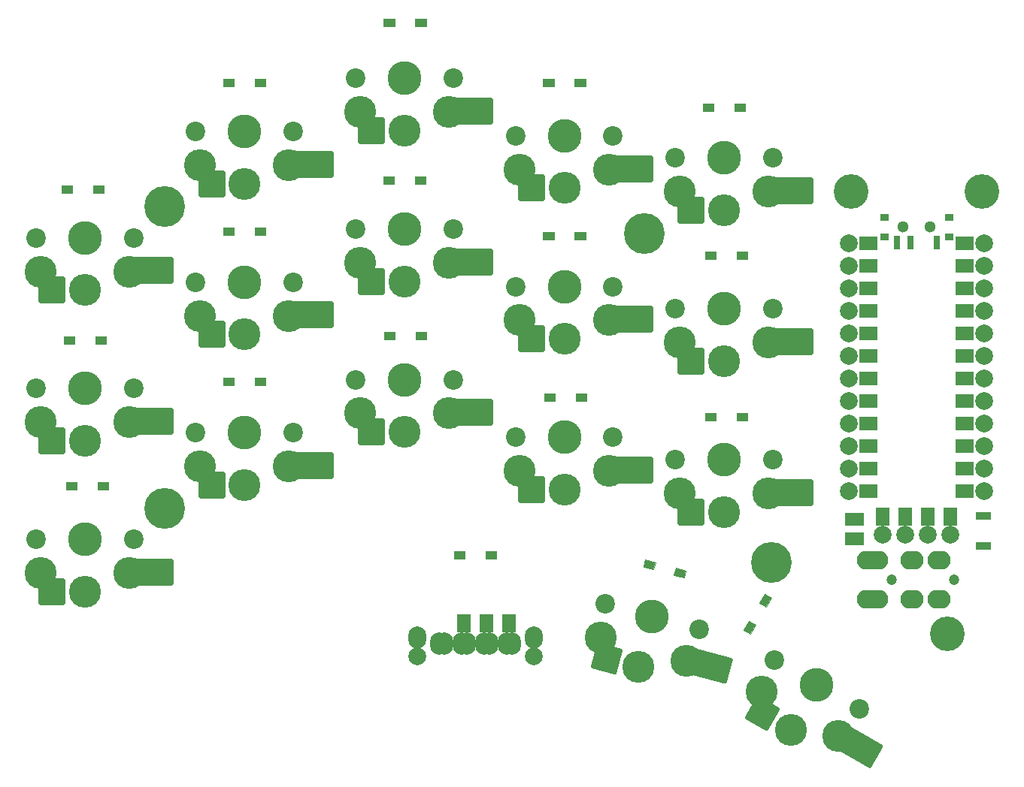
<source format=gts>
G04 #@! TF.GenerationSoftware,KiCad,Pcbnew,7.0.6*
G04 #@! TF.CreationDate,2023-08-12T13:21:49+01:00*
G04 #@! TF.ProjectId,ferris_sweep,66657272-6973-45f7-9377-6565702e6b69,0.1*
G04 #@! TF.SameCoordinates,Original*
G04 #@! TF.FileFunction,Soldermask,Top*
G04 #@! TF.FilePolarity,Negative*
%FSLAX46Y46*%
G04 Gerber Fmt 4.6, Leading zero omitted, Abs format (unit mm)*
G04 Created by KiCad (PCBNEW 7.0.6) date 2023-08-12 13:21:49*
%MOMM*%
%LPD*%
G01*
G04 APERTURE LIST*
G04 Aperture macros list*
%AMRoundRect*
0 Rectangle with rounded corners*
0 $1 Rounding radius*
0 $2 $3 $4 $5 $6 $7 $8 $9 X,Y pos of 4 corners*
0 Add a 4 corners polygon primitive as box body*
4,1,4,$2,$3,$4,$5,$6,$7,$8,$9,$2,$3,0*
0 Add four circle primitives for the rounded corners*
1,1,$1+$1,$2,$3*
1,1,$1+$1,$4,$5*
1,1,$1+$1,$6,$7*
1,1,$1+$1,$8,$9*
0 Add four rect primitives between the rounded corners*
20,1,$1+$1,$2,$3,$4,$5,0*
20,1,$1+$1,$4,$5,$6,$7,0*
20,1,$1+$1,$6,$7,$8,$9,0*
20,1,$1+$1,$8,$9,$2,$3,0*%
%AMFreePoly0*
4,1,22,0.686777,0.580194,0.756366,0.524698,0.794986,0.444504,0.800000,0.400000,0.800000,0.200000,0.780194,0.113223,0.741421,0.058579,0.141421,-0.541421,0.066056,-0.588777,-0.022393,-0.598742,-0.106406,-0.569345,-0.141421,-0.541421,-0.741421,0.058579,-0.788777,0.133944,-0.800000,0.200000,-0.800000,0.400000,-0.780194,0.486777,-0.724698,0.556366,-0.644504,0.594986,-0.600000,0.600000,
0.600000,0.600000,0.686777,0.580194,0.686777,0.580194,$1*%
%AMFreePoly1*
4,1,26,0.706406,1.169345,0.769345,1.106406,0.798742,1.022393,0.800000,1.000000,0.800000,-0.250000,0.780194,-0.336777,0.724698,-0.406366,0.644504,-0.444986,0.600000,-0.450000,-0.600000,-0.450000,-0.686777,-0.430194,-0.756366,-0.374698,-0.794986,-0.294504,-0.800000,-0.250000,-0.800000,1.000000,-0.780194,1.086777,-0.724698,1.156366,-0.644504,1.194986,-0.555496,1.194986,-0.475302,1.156366,
-0.458579,1.141421,0.000000,0.682842,0.458579,1.141421,0.533944,1.188777,0.622393,1.198742,0.706406,1.169345,0.706406,1.169345,$1*%
G04 Aperture macros list end*
%ADD10C,0.100000*%
%ADD11C,4.600000*%
%ADD12C,2.200000*%
%ADD13C,3.600000*%
%ADD14C,3.800000*%
%ADD15RoundRect,0.200000X2.400000X-1.300000X2.400000X1.300000X-2.400000X1.300000X-2.400000X-1.300000X0*%
%ADD16RoundRect,0.200000X1.300000X-1.300000X1.300000X1.300000X-1.300000X1.300000X-1.300000X-1.300000X0*%
%ADD17O,2.000000X2.500000*%
%ADD18FreePoly0,180.000000*%
%ADD19FreePoly1,180.000000*%
%ADD20C,2.000000*%
%ADD21RoundRect,0.200000X1.428461X-2.325833X2.728461X-0.074167X-1.428461X2.325833X-2.728461X0.074167X0*%
%ADD22RoundRect,0.200000X0.475833X-1.775833X1.775833X0.475833X-0.475833X1.775833X-1.775833X-0.475833X0*%
%ADD23C,1.300000*%
%ADD24C,3.900000*%
%ADD25FreePoly0,90.000000*%
%ADD26FreePoly0,270.000000*%
%ADD27FreePoly1,270.000000*%
%ADD28FreePoly1,90.000000*%
%ADD29C,1.200000*%
%ADD30O,2.600000X2.100000*%
%ADD31RoundRect,0.200000X1.981757X-1.876869X2.654687X0.634538X-1.981757X1.876869X-2.654687X-0.634538X0*%
%ADD32RoundRect,0.200000X0.919239X-1.592168X1.592168X0.919239X-0.919239X1.592168X-1.592168X-0.919239X0*%
G04 APERTURE END LIST*
D10*
X109650000Y-63425000D02*
X108450000Y-63425000D01*
X108450000Y-62575000D01*
X109650000Y-62575000D01*
X109650000Y-63425000D01*
G36*
X109650000Y-63425000D02*
G01*
X108450000Y-63425000D01*
X108450000Y-62575000D01*
X109650000Y-62575000D01*
X109650000Y-63425000D01*
G37*
X106100000Y-63425000D02*
X104900000Y-63425000D01*
X104900000Y-62575000D01*
X106100000Y-62575000D01*
X106100000Y-63425000D01*
G36*
X106100000Y-63425000D02*
G01*
X104900000Y-63425000D01*
X104900000Y-62575000D01*
X106100000Y-62575000D01*
X106100000Y-63425000D01*
G37*
X114473509Y-131354624D02*
X113457509Y-131354624D01*
X113457509Y-130338624D01*
X114473509Y-130338624D01*
X114473509Y-131354624D01*
G36*
X114473509Y-131354624D02*
G01*
X113457509Y-131354624D01*
X113457509Y-130338624D01*
X114473509Y-130338624D01*
X114473509Y-131354624D01*
G37*
X117013509Y-131354624D02*
X115997509Y-131354624D01*
X115997509Y-130338624D01*
X117013509Y-130338624D01*
X117013509Y-131354624D01*
G36*
X117013509Y-131354624D02*
G01*
X115997509Y-131354624D01*
X115997509Y-130338624D01*
X117013509Y-130338624D01*
X117013509Y-131354624D01*
G37*
X119553509Y-131354624D02*
X118537509Y-131354624D01*
X118537509Y-130338624D01*
X119553509Y-130338624D01*
X119553509Y-131354624D01*
G36*
X119553509Y-131354624D02*
G01*
X118537509Y-131354624D01*
X118537509Y-130338624D01*
X119553509Y-130338624D01*
X119553509Y-131354624D01*
G37*
X73600000Y-99175000D02*
X72400000Y-99175000D01*
X72400000Y-98325000D01*
X73600000Y-98325000D01*
X73600000Y-99175000D01*
G36*
X73600000Y-99175000D02*
G01*
X72400000Y-99175000D01*
X72400000Y-98325000D01*
X73600000Y-98325000D01*
X73600000Y-99175000D01*
G37*
X70050000Y-99175000D02*
X68850000Y-99175000D01*
X68850000Y-98325000D01*
X70050000Y-98325000D01*
X70050000Y-99175000D01*
G36*
X70050000Y-99175000D02*
G01*
X68850000Y-99175000D01*
X68850000Y-98325000D01*
X70050000Y-98325000D01*
X70050000Y-99175000D01*
G37*
X173180034Y-122352819D02*
X171580034Y-122352819D01*
X171580034Y-121552819D01*
X173180034Y-121552819D01*
X173180034Y-122352819D01*
G36*
X173180034Y-122352819D02*
G01*
X171580034Y-122352819D01*
X171580034Y-121552819D01*
X173180034Y-121552819D01*
X173180034Y-122352819D01*
G37*
X173180034Y-118952819D02*
X171580034Y-118952819D01*
X171580034Y-118152819D01*
X173180034Y-118152819D01*
X173180034Y-118952819D01*
G36*
X173180034Y-118952819D02*
G01*
X171580034Y-118952819D01*
X171580034Y-118152819D01*
X173180034Y-118152819D01*
X173180034Y-118952819D01*
G37*
X73350000Y-82175000D02*
X72150000Y-82175000D01*
X72150000Y-81325000D01*
X73350000Y-81325000D01*
X73350000Y-82175000D01*
G36*
X73350000Y-82175000D02*
G01*
X72150000Y-82175000D01*
X72150000Y-81325000D01*
X73350000Y-81325000D01*
X73350000Y-82175000D01*
G37*
X69800000Y-82175000D02*
X68600000Y-82175000D01*
X68600000Y-81325000D01*
X69800000Y-81325000D01*
X69800000Y-82175000D01*
G36*
X69800000Y-82175000D02*
G01*
X68600000Y-82175000D01*
X68600000Y-81325000D01*
X69800000Y-81325000D01*
X69800000Y-82175000D01*
G37*
X168990258Y-87450219D02*
X168090258Y-87450219D01*
X168090258Y-86750219D01*
X168990258Y-86750219D01*
X168990258Y-87450219D01*
G36*
X168990258Y-87450219D02*
G01*
X168090258Y-87450219D01*
X168090258Y-86750219D01*
X168990258Y-86750219D01*
X168990258Y-87450219D01*
G37*
X168990258Y-85250219D02*
X168090258Y-85250219D01*
X168090258Y-84550219D01*
X168990258Y-84550219D01*
X168990258Y-85250219D01*
G36*
X168990258Y-85250219D02*
G01*
X168090258Y-85250219D01*
X168090258Y-84550219D01*
X168990258Y-84550219D01*
X168990258Y-85250219D01*
G37*
X167440258Y-88450219D02*
X166840258Y-88450219D01*
X166840258Y-87050219D01*
X167440258Y-87050219D01*
X167440258Y-88450219D01*
G36*
X167440258Y-88450219D02*
G01*
X166840258Y-88450219D01*
X166840258Y-87050219D01*
X167440258Y-87050219D01*
X167440258Y-88450219D01*
G37*
X164440258Y-88450219D02*
X163840258Y-88450219D01*
X163840258Y-87050219D01*
X164440258Y-87050219D01*
X164440258Y-88450219D01*
G36*
X164440258Y-88450219D02*
G01*
X163840258Y-88450219D01*
X163840258Y-87050219D01*
X164440258Y-87050219D01*
X164440258Y-88450219D01*
G37*
X162940258Y-88450219D02*
X162340258Y-88450219D01*
X162340258Y-87050219D01*
X162940258Y-87050219D01*
X162940258Y-88450219D01*
G36*
X162940258Y-88450219D02*
G01*
X162340258Y-88450219D01*
X162340258Y-87050219D01*
X162940258Y-87050219D01*
X162940258Y-88450219D01*
G37*
X161690258Y-87450219D02*
X160790258Y-87450219D01*
X160790258Y-86750219D01*
X161690258Y-86750219D01*
X161690258Y-87450219D01*
G36*
X161690258Y-87450219D02*
G01*
X160790258Y-87450219D01*
X160790258Y-86750219D01*
X161690258Y-86750219D01*
X161690258Y-87450219D01*
G37*
X161690258Y-85250219D02*
X160790258Y-85250219D01*
X160790258Y-84550219D01*
X161690258Y-84550219D01*
X161690258Y-85250219D01*
G36*
X161690258Y-85250219D02*
G01*
X160790258Y-85250219D01*
X160790258Y-84550219D01*
X161690258Y-84550219D01*
X161690258Y-85250219D01*
G37*
X145850000Y-107825000D02*
X144650000Y-107825000D01*
X144650000Y-106975000D01*
X145850000Y-106975000D01*
X145850000Y-107825000D01*
G36*
X145850000Y-107825000D02*
G01*
X144650000Y-107825000D01*
X144650000Y-106975000D01*
X145850000Y-106975000D01*
X145850000Y-107825000D01*
G37*
X142300000Y-107825000D02*
X141100000Y-107825000D01*
X141100000Y-106975000D01*
X142300000Y-106975000D01*
X142300000Y-107825000D01*
G36*
X142300000Y-107825000D02*
G01*
X141100000Y-107825000D01*
X141100000Y-106975000D01*
X142300000Y-106975000D01*
X142300000Y-107825000D01*
G37*
X127600000Y-70175000D02*
X126400000Y-70175000D01*
X126400000Y-69325000D01*
X127600000Y-69325000D01*
X127600000Y-70175000D01*
G36*
X127600000Y-70175000D02*
G01*
X126400000Y-70175000D01*
X126400000Y-69325000D01*
X127600000Y-69325000D01*
X127600000Y-70175000D01*
G37*
X124050000Y-70175000D02*
X122850000Y-70175000D01*
X122850000Y-69325000D01*
X124050000Y-69325000D01*
X124050000Y-70175000D01*
G36*
X124050000Y-70175000D02*
G01*
X122850000Y-70175000D01*
X122850000Y-69325000D01*
X124050000Y-69325000D01*
X124050000Y-70175000D01*
G37*
X109625000Y-81175000D02*
X108425000Y-81175000D01*
X108425000Y-80325000D01*
X109625000Y-80325000D01*
X109625000Y-81175000D01*
G36*
X109625000Y-81175000D02*
G01*
X108425000Y-81175000D01*
X108425000Y-80325000D01*
X109625000Y-80325000D01*
X109625000Y-81175000D01*
G37*
X106075000Y-81175000D02*
X104875000Y-81175000D01*
X104875000Y-80325000D01*
X106075000Y-80325000D01*
X106075000Y-81175000D01*
G36*
X106075000Y-81175000D02*
G01*
X104875000Y-81175000D01*
X104875000Y-80325000D01*
X106075000Y-80325000D01*
X106075000Y-81175000D01*
G37*
X127600000Y-87425000D02*
X126400000Y-87425000D01*
X126400000Y-86575000D01*
X127600000Y-86575000D01*
X127600000Y-87425000D01*
G36*
X127600000Y-87425000D02*
G01*
X126400000Y-87425000D01*
X126400000Y-86575000D01*
X127600000Y-86575000D01*
X127600000Y-87425000D01*
G37*
X124050000Y-87425000D02*
X122850000Y-87425000D01*
X122850000Y-86575000D01*
X124050000Y-86575000D01*
X124050000Y-87425000D01*
G36*
X124050000Y-87425000D02*
G01*
X122850000Y-87425000D01*
X122850000Y-86575000D01*
X124050000Y-86575000D01*
X124050000Y-87425000D01*
G37*
X145600000Y-72925000D02*
X144400000Y-72925000D01*
X144400000Y-72075000D01*
X145600000Y-72075000D01*
X145600000Y-72925000D01*
G36*
X145600000Y-72925000D02*
G01*
X144400000Y-72925000D01*
X144400000Y-72075000D01*
X145600000Y-72075000D01*
X145600000Y-72925000D01*
G37*
X142050000Y-72925000D02*
X140850000Y-72925000D01*
X140850000Y-72075000D01*
X142050000Y-72075000D01*
X142050000Y-72925000D01*
G36*
X142050000Y-72925000D02*
G01*
X140850000Y-72925000D01*
X140850000Y-72075000D01*
X142050000Y-72075000D01*
X142050000Y-72925000D01*
G37*
X159810259Y-88401222D02*
X158794259Y-88401222D01*
X158794259Y-87385222D01*
X159810259Y-87385222D01*
X159810259Y-88401222D01*
G36*
X159810259Y-88401222D02*
G01*
X158794259Y-88401222D01*
X158794259Y-87385222D01*
X159810259Y-87385222D01*
X159810259Y-88401222D01*
G37*
X159810259Y-90941222D02*
X158794259Y-90941222D01*
X158794259Y-89925222D01*
X159810259Y-89925222D01*
X159810259Y-90941222D01*
G36*
X159810259Y-90941222D02*
G01*
X158794259Y-90941222D01*
X158794259Y-89925222D01*
X159810259Y-89925222D01*
X159810259Y-90941222D01*
G37*
X159810259Y-93481222D02*
X158794259Y-93481222D01*
X158794259Y-92465222D01*
X159810259Y-92465222D01*
X159810259Y-93481222D01*
G36*
X159810259Y-93481222D02*
G01*
X158794259Y-93481222D01*
X158794259Y-92465222D01*
X159810259Y-92465222D01*
X159810259Y-93481222D01*
G37*
X159810259Y-96021222D02*
X158794259Y-96021222D01*
X158794259Y-95005222D01*
X159810259Y-95005222D01*
X159810259Y-96021222D01*
G36*
X159810259Y-96021222D02*
G01*
X158794259Y-96021222D01*
X158794259Y-95005222D01*
X159810259Y-95005222D01*
X159810259Y-96021222D01*
G37*
X159810259Y-98561222D02*
X158794259Y-98561222D01*
X158794259Y-97545222D01*
X159810259Y-97545222D01*
X159810259Y-98561222D01*
G36*
X159810259Y-98561222D02*
G01*
X158794259Y-98561222D01*
X158794259Y-97545222D01*
X159810259Y-97545222D01*
X159810259Y-98561222D01*
G37*
X159810259Y-101101222D02*
X158794259Y-101101222D01*
X158794259Y-100085222D01*
X159810259Y-100085222D01*
X159810259Y-101101222D01*
G36*
X159810259Y-101101222D02*
G01*
X158794259Y-101101222D01*
X158794259Y-100085222D01*
X159810259Y-100085222D01*
X159810259Y-101101222D01*
G37*
X159810259Y-103641222D02*
X158794259Y-103641222D01*
X158794259Y-102625222D01*
X159810259Y-102625222D01*
X159810259Y-103641222D01*
G36*
X159810259Y-103641222D02*
G01*
X158794259Y-103641222D01*
X158794259Y-102625222D01*
X159810259Y-102625222D01*
X159810259Y-103641222D01*
G37*
X159810259Y-106181222D02*
X158794259Y-106181222D01*
X158794259Y-105165222D01*
X159810259Y-105165222D01*
X159810259Y-106181222D01*
G36*
X159810259Y-106181222D02*
G01*
X158794259Y-106181222D01*
X158794259Y-105165222D01*
X159810259Y-105165222D01*
X159810259Y-106181222D01*
G37*
X159810259Y-108721222D02*
X158794259Y-108721222D01*
X158794259Y-107705222D01*
X159810259Y-107705222D01*
X159810259Y-108721222D01*
G36*
X159810259Y-108721222D02*
G01*
X158794259Y-108721222D01*
X158794259Y-107705222D01*
X159810259Y-107705222D01*
X159810259Y-108721222D01*
G37*
X159810259Y-111261222D02*
X158794259Y-111261222D01*
X158794259Y-110245222D01*
X159810259Y-110245222D01*
X159810259Y-111261222D01*
G36*
X159810259Y-111261222D02*
G01*
X158794259Y-111261222D01*
X158794259Y-110245222D01*
X159810259Y-110245222D01*
X159810259Y-111261222D01*
G37*
X159810259Y-113801222D02*
X158794259Y-113801222D01*
X158794259Y-112785222D01*
X159810259Y-112785222D01*
X159810259Y-113801222D01*
G36*
X159810259Y-113801222D02*
G01*
X158794259Y-113801222D01*
X158794259Y-112785222D01*
X159810259Y-112785222D01*
X159810259Y-113801222D01*
G37*
X159810259Y-116341222D02*
X158794259Y-116341222D01*
X158794259Y-115325222D01*
X159810259Y-115325222D01*
X159810259Y-116341222D01*
G36*
X159810259Y-116341222D02*
G01*
X158794259Y-116341222D01*
X158794259Y-115325222D01*
X159810259Y-115325222D01*
X159810259Y-116341222D01*
G37*
X170986259Y-88401222D02*
X169970259Y-88401222D01*
X169970259Y-87385222D01*
X170986259Y-87385222D01*
X170986259Y-88401222D01*
G36*
X170986259Y-88401222D02*
G01*
X169970259Y-88401222D01*
X169970259Y-87385222D01*
X170986259Y-87385222D01*
X170986259Y-88401222D01*
G37*
X170986259Y-90941222D02*
X169970259Y-90941222D01*
X169970259Y-89925222D01*
X170986259Y-89925222D01*
X170986259Y-90941222D01*
G36*
X170986259Y-90941222D02*
G01*
X169970259Y-90941222D01*
X169970259Y-89925222D01*
X170986259Y-89925222D01*
X170986259Y-90941222D01*
G37*
X170986259Y-93481222D02*
X169970259Y-93481222D01*
X169970259Y-92465222D01*
X170986259Y-92465222D01*
X170986259Y-93481222D01*
G36*
X170986259Y-93481222D02*
G01*
X169970259Y-93481222D01*
X169970259Y-92465222D01*
X170986259Y-92465222D01*
X170986259Y-93481222D01*
G37*
X170986259Y-96021222D02*
X169970259Y-96021222D01*
X169970259Y-95005222D01*
X170986259Y-95005222D01*
X170986259Y-96021222D01*
G36*
X170986259Y-96021222D02*
G01*
X169970259Y-96021222D01*
X169970259Y-95005222D01*
X170986259Y-95005222D01*
X170986259Y-96021222D01*
G37*
X170986259Y-98561222D02*
X169970259Y-98561222D01*
X169970259Y-97545222D01*
X170986259Y-97545222D01*
X170986259Y-98561222D01*
G36*
X170986259Y-98561222D02*
G01*
X169970259Y-98561222D01*
X169970259Y-97545222D01*
X170986259Y-97545222D01*
X170986259Y-98561222D01*
G37*
X170986259Y-101101222D02*
X169970259Y-101101222D01*
X169970259Y-100085222D01*
X170986259Y-100085222D01*
X170986259Y-101101222D01*
G36*
X170986259Y-101101222D02*
G01*
X169970259Y-101101222D01*
X169970259Y-100085222D01*
X170986259Y-100085222D01*
X170986259Y-101101222D01*
G37*
X170986259Y-103641222D02*
X169970259Y-103641222D01*
X169970259Y-102625222D01*
X170986259Y-102625222D01*
X170986259Y-103641222D01*
G36*
X170986259Y-103641222D02*
G01*
X169970259Y-103641222D01*
X169970259Y-102625222D01*
X170986259Y-102625222D01*
X170986259Y-103641222D01*
G37*
X170986259Y-106181222D02*
X169970259Y-106181222D01*
X169970259Y-105165222D01*
X170986259Y-105165222D01*
X170986259Y-106181222D01*
G36*
X170986259Y-106181222D02*
G01*
X169970259Y-106181222D01*
X169970259Y-105165222D01*
X170986259Y-105165222D01*
X170986259Y-106181222D01*
G37*
X170986259Y-108721222D02*
X169970259Y-108721222D01*
X169970259Y-107705222D01*
X170986259Y-107705222D01*
X170986259Y-108721222D01*
G36*
X170986259Y-108721222D02*
G01*
X169970259Y-108721222D01*
X169970259Y-107705222D01*
X170986259Y-107705222D01*
X170986259Y-108721222D01*
G37*
X170986259Y-111261222D02*
X169970259Y-111261222D01*
X169970259Y-110245222D01*
X170986259Y-110245222D01*
X170986259Y-111261222D01*
G36*
X170986259Y-111261222D02*
G01*
X169970259Y-111261222D01*
X169970259Y-110245222D01*
X170986259Y-110245222D01*
X170986259Y-111261222D01*
G37*
X170986259Y-113801222D02*
X169970259Y-113801222D01*
X169970259Y-112785222D01*
X170986259Y-112785222D01*
X170986259Y-113801222D01*
G36*
X170986259Y-113801222D02*
G01*
X169970259Y-113801222D01*
X169970259Y-112785222D01*
X170986259Y-112785222D01*
X170986259Y-113801222D01*
G37*
X170986259Y-116341222D02*
X169970259Y-116341222D01*
X169970259Y-115325222D01*
X170986259Y-115325222D01*
X170986259Y-116341222D01*
G36*
X170986259Y-116341222D02*
G01*
X169970259Y-116341222D01*
X169970259Y-115325222D01*
X170986259Y-115325222D01*
X170986259Y-116341222D01*
G37*
X73900000Y-115675000D02*
X72700000Y-115675000D01*
X72700000Y-114825000D01*
X73900000Y-114825000D01*
X73900000Y-115675000D01*
G36*
X73900000Y-115675000D02*
G01*
X72700000Y-115675000D01*
X72700000Y-114825000D01*
X73900000Y-114825000D01*
X73900000Y-115675000D01*
G37*
X70350000Y-115675000D02*
X69150000Y-115675000D01*
X69150000Y-114825000D01*
X70350000Y-114825000D01*
X70350000Y-115675000D01*
G36*
X70350000Y-115675000D02*
G01*
X69150000Y-115675000D01*
X69150000Y-114825000D01*
X70350000Y-114825000D01*
X70350000Y-115675000D01*
G37*
X161588438Y-119348911D02*
X160572438Y-119348911D01*
X160572438Y-118332911D01*
X161588438Y-118332911D01*
X161588438Y-119348911D01*
G36*
X161588438Y-119348911D02*
G01*
X160572438Y-119348911D01*
X160572438Y-118332911D01*
X161588438Y-118332911D01*
X161588438Y-119348911D01*
G37*
X164128438Y-119348911D02*
X163112438Y-119348911D01*
X163112438Y-118332911D01*
X164128438Y-118332911D01*
X164128438Y-119348911D01*
G36*
X164128438Y-119348911D02*
G01*
X163112438Y-119348911D01*
X163112438Y-118332911D01*
X164128438Y-118332911D01*
X164128438Y-119348911D01*
G37*
X166668438Y-119348911D02*
X165652438Y-119348911D01*
X165652438Y-118332911D01*
X166668438Y-118332911D01*
X166668438Y-119348911D01*
G36*
X166668438Y-119348911D02*
G01*
X165652438Y-119348911D01*
X165652438Y-118332911D01*
X166668438Y-118332911D01*
X166668438Y-119348911D01*
G37*
X169208438Y-119348911D02*
X168192438Y-119348911D01*
X168192438Y-118332911D01*
X169208438Y-118332911D01*
X169208438Y-119348911D01*
G36*
X169208438Y-119348911D02*
G01*
X168192438Y-119348911D01*
X168192438Y-118332911D01*
X169208438Y-118332911D01*
X169208438Y-119348911D01*
G37*
X127700400Y-105675000D02*
X126500400Y-105675000D01*
X126500400Y-104825000D01*
X127700400Y-104825000D01*
X127700400Y-105675000D01*
G36*
X127700400Y-105675000D02*
G01*
X126500400Y-105675000D01*
X126500400Y-104825000D01*
X127700400Y-104825000D01*
X127700400Y-105675000D01*
G37*
X124150400Y-105675000D02*
X122950400Y-105675000D01*
X122950400Y-104825000D01*
X124150400Y-104825000D01*
X124150400Y-105675000D01*
G36*
X124150400Y-105675000D02*
G01*
X122950400Y-105675000D01*
X122950400Y-104825000D01*
X124150400Y-104825000D01*
X124150400Y-105675000D01*
G37*
X117600000Y-123425000D02*
X116400000Y-123425000D01*
X116400000Y-122575000D01*
X117600000Y-122575000D01*
X117600000Y-123425000D01*
G36*
X117600000Y-123425000D02*
G01*
X116400000Y-123425000D01*
X116400000Y-122575000D01*
X117600000Y-122575000D01*
X117600000Y-123425000D01*
G37*
X114050000Y-123425000D02*
X112850000Y-123425000D01*
X112850000Y-122575000D01*
X114050000Y-122575000D01*
X114050000Y-123425000D01*
G36*
X114050000Y-123425000D02*
G01*
X112850000Y-123425000D01*
X112850000Y-122575000D01*
X114050000Y-122575000D01*
X114050000Y-123425000D01*
G37*
X91600000Y-86925000D02*
X90400000Y-86925000D01*
X90400000Y-86075000D01*
X91600000Y-86075000D01*
X91600000Y-86925000D01*
G36*
X91600000Y-86925000D02*
G01*
X90400000Y-86925000D01*
X90400000Y-86075000D01*
X91600000Y-86075000D01*
X91600000Y-86925000D01*
G37*
X88050000Y-86925000D02*
X86850000Y-86925000D01*
X86850000Y-86075000D01*
X88050000Y-86075000D01*
X88050000Y-86925000D01*
G36*
X88050000Y-86925000D02*
G01*
X86850000Y-86925000D01*
X86850000Y-86075000D01*
X88050000Y-86075000D01*
X88050000Y-86925000D01*
G37*
X91600000Y-103875000D02*
X90400000Y-103875000D01*
X90400000Y-103025000D01*
X91600000Y-103025000D01*
X91600000Y-103875000D01*
G36*
X91600000Y-103875000D02*
G01*
X90400000Y-103875000D01*
X90400000Y-103025000D01*
X91600000Y-103025000D01*
X91600000Y-103875000D01*
G37*
X88050000Y-103875000D02*
X86850000Y-103875000D01*
X86850000Y-103025000D01*
X88050000Y-103025000D01*
X88050000Y-103875000D01*
G36*
X88050000Y-103875000D02*
G01*
X86850000Y-103875000D01*
X86850000Y-103025000D01*
X88050000Y-103025000D01*
X88050000Y-103875000D01*
G37*
X109700400Y-98675000D02*
X108500400Y-98675000D01*
X108500400Y-97825000D01*
X109700400Y-97825000D01*
X109700400Y-98675000D01*
G36*
X109700400Y-98675000D02*
G01*
X108500400Y-98675000D01*
X108500400Y-97825000D01*
X109700400Y-97825000D01*
X109700400Y-98675000D01*
G37*
X106150400Y-98675000D02*
X104950400Y-98675000D01*
X104950400Y-97825000D01*
X106150400Y-97825000D01*
X106150400Y-98675000D01*
G36*
X106150400Y-98675000D02*
G01*
X104950400Y-98675000D01*
X104950400Y-97825000D01*
X106150400Y-97825000D01*
X106150400Y-98675000D01*
G37*
X158857431Y-119649964D02*
X156857431Y-119649964D01*
X156857431Y-118249964D01*
X158857431Y-118249964D01*
X158857431Y-119649964D01*
G36*
X158857431Y-119649964D02*
G01*
X156857431Y-119649964D01*
X156857431Y-118249964D01*
X158857431Y-118249964D01*
X158857431Y-119649964D01*
G37*
X158857431Y-121851406D02*
X156857431Y-121851406D01*
X156857431Y-120451406D01*
X158857431Y-120451406D01*
X158857431Y-121851406D01*
G36*
X158857431Y-121851406D02*
G01*
X156857431Y-121851406D01*
X156857431Y-120451406D01*
X158857431Y-120451406D01*
X158857431Y-121851406D01*
G37*
X91600000Y-70175000D02*
X90400000Y-70175000D01*
X90400000Y-69325000D01*
X91600000Y-69325000D01*
X91600000Y-70175000D01*
G36*
X91600000Y-70175000D02*
G01*
X90400000Y-70175000D01*
X90400000Y-69325000D01*
X91600000Y-69325000D01*
X91600000Y-70175000D01*
G37*
X88050000Y-70175000D02*
X86850000Y-70175000D01*
X86850000Y-69325000D01*
X88050000Y-69325000D01*
X88050000Y-70175000D01*
G36*
X88050000Y-70175000D02*
G01*
X86850000Y-70175000D01*
X86850000Y-69325000D01*
X88050000Y-69325000D01*
X88050000Y-70175000D01*
G37*
X148543061Y-127818495D02*
X147943061Y-128857725D01*
X147206939Y-128432725D01*
X147806939Y-127393495D01*
X148543061Y-127818495D01*
G36*
X148543061Y-127818495D02*
G01*
X147943061Y-128857725D01*
X147206939Y-128432725D01*
X147806939Y-127393495D01*
X148543061Y-127818495D01*
G37*
X146768061Y-130892885D02*
X146168061Y-131932115D01*
X145431939Y-131507115D01*
X146031939Y-130467885D01*
X146768061Y-130892885D01*
G36*
X146768061Y-130892885D02*
G01*
X146168061Y-131932115D01*
X145431939Y-131507115D01*
X146031939Y-130467885D01*
X146768061Y-130892885D01*
G37*
X138939554Y-124744773D02*
X138719558Y-125565810D01*
X137560447Y-125255227D01*
X137780443Y-124434190D01*
X138939554Y-124744773D01*
G36*
X138939554Y-124744773D02*
G01*
X138719558Y-125565810D01*
X137560447Y-125255227D01*
X137780443Y-124434190D01*
X138939554Y-124744773D01*
G37*
X135510517Y-123825965D02*
X135290521Y-124647002D01*
X134131410Y-124336419D01*
X134351406Y-123515382D01*
X135510517Y-123825965D01*
G36*
X135510517Y-123825965D02*
G01*
X135290521Y-124647002D01*
X134131410Y-124336419D01*
X134351406Y-123515382D01*
X135510517Y-123825965D01*
G37*
X145850000Y-89675000D02*
X144650000Y-89675000D01*
X144650000Y-88825000D01*
X145850000Y-88825000D01*
X145850000Y-89675000D01*
G36*
X145850000Y-89675000D02*
G01*
X144650000Y-89675000D01*
X144650000Y-88825000D01*
X145850000Y-88825000D01*
X145850000Y-89675000D01*
G37*
X142300000Y-89675000D02*
X141100000Y-89675000D01*
X141100000Y-88825000D01*
X142300000Y-88825000D01*
X142300000Y-89675000D01*
G36*
X142300000Y-89675000D02*
G01*
X141100000Y-89675000D01*
X141100000Y-88825000D01*
X142300000Y-88825000D01*
X142300000Y-89675000D01*
G37*
D11*
X134228545Y-86750000D03*
D12*
X101729546Y-103239471D03*
D13*
X102229546Y-107039471D03*
D14*
X107229546Y-103239471D03*
D13*
X107229546Y-109139471D03*
X112229546Y-107039471D03*
D12*
X112729546Y-103239471D03*
D15*
X114629546Y-106939471D03*
D16*
X103529546Y-109139471D03*
D17*
X111163509Y-132975624D03*
X111687509Y-132975624D03*
X113703509Y-132975624D03*
D18*
X113965509Y-131100624D03*
D17*
X114227509Y-132975624D03*
X116243509Y-132975624D03*
D18*
X116505509Y-131100624D03*
D17*
X116767509Y-132975624D03*
X118783509Y-132975624D03*
D18*
X119045509Y-131100624D03*
D17*
X119307509Y-132975624D03*
D19*
X119045509Y-130084624D03*
X116505509Y-130084624D03*
X113965509Y-130084624D03*
D20*
X108687509Y-134450624D03*
X121783509Y-134450624D03*
D17*
X108687509Y-132350624D03*
X121783509Y-132350624D03*
D11*
X80250000Y-83750000D03*
D12*
X148903370Y-134868092D03*
D13*
X147436383Y-138408989D03*
D14*
X153666510Y-137618092D03*
D13*
X150716510Y-142727642D03*
X156096637Y-143408989D03*
D12*
X158429650Y-140368092D03*
D21*
X158225098Y-144522386D03*
D22*
X147512216Y-140877642D03*
D23*
X166390258Y-86000219D03*
X166390258Y-86000219D03*
X163390258Y-86000219D03*
X163390258Y-86000219D03*
D12*
X65729542Y-121239972D03*
D13*
X66229542Y-125039972D03*
D14*
X71229542Y-121239972D03*
D13*
X71229542Y-127139972D03*
X76229542Y-125039972D03*
D12*
X76729542Y-121239972D03*
D15*
X78629542Y-124939972D03*
D16*
X67529542Y-127139972D03*
D24*
X172281378Y-81999725D03*
D12*
X119728544Y-92739470D03*
D13*
X120228544Y-96539470D03*
D14*
X125228544Y-92739470D03*
D13*
X125228544Y-98639470D03*
X130228544Y-96539470D03*
D12*
X130728544Y-92739470D03*
D15*
X132628544Y-96439470D03*
D16*
X121528544Y-98639470D03*
D24*
X157500056Y-82000182D03*
D12*
X137729546Y-95239475D03*
D13*
X138229546Y-99039475D03*
D14*
X143229546Y-95239475D03*
D13*
X143229546Y-101139475D03*
X148229546Y-99039475D03*
D12*
X148729546Y-95239475D03*
D15*
X150629546Y-98939475D03*
D16*
X139529546Y-101139475D03*
D20*
X157270259Y-87893222D03*
X157270259Y-90433222D03*
X157270259Y-92973222D03*
X157270259Y-95513222D03*
X157270259Y-98053222D03*
X157270259Y-100593222D03*
X157270259Y-103133222D03*
X157270259Y-105673222D03*
X157270259Y-108213222D03*
X157270259Y-110753222D03*
X157270259Y-113293222D03*
X157270259Y-115833222D03*
D25*
X159048259Y-87893222D03*
X159048259Y-90433222D03*
X159048259Y-92973222D03*
X159048259Y-95513222D03*
X159048259Y-98053222D03*
X159048259Y-100593222D03*
X159048259Y-103133222D03*
X159048259Y-105673222D03*
X159048259Y-108213222D03*
X159048259Y-110753222D03*
X159048259Y-113293222D03*
X159048259Y-115833222D03*
D26*
X170732259Y-87893222D03*
X170732259Y-90433222D03*
X170732259Y-92973222D03*
X170732259Y-95513222D03*
X170732259Y-98053222D03*
X170732259Y-100593222D03*
X170732259Y-103133222D03*
X170732259Y-105673222D03*
X170732259Y-108213222D03*
X170732259Y-110753222D03*
X170732259Y-113293222D03*
X170732259Y-115833222D03*
D20*
X172510259Y-87893222D03*
X172510259Y-90433222D03*
X172510259Y-92973222D03*
X172510259Y-95513222D03*
X172510259Y-98053222D03*
X172510259Y-100593222D03*
X172510259Y-103133222D03*
X172510259Y-105673222D03*
X172510259Y-108213222D03*
X172510259Y-110753222D03*
X172510259Y-113293222D03*
X172510259Y-115833222D03*
D27*
X169716259Y-87893222D03*
X169716259Y-90433222D03*
X169716259Y-92973222D03*
X169716259Y-95513222D03*
X169716259Y-98053222D03*
X169716259Y-100593222D03*
X169716259Y-103133222D03*
X169716259Y-105673222D03*
X169716259Y-108213222D03*
X169716259Y-110753222D03*
X169716259Y-113293222D03*
X169716259Y-115833222D03*
D28*
X160064259Y-115833222D03*
X160064259Y-113293222D03*
X160064259Y-110753222D03*
X160064259Y-108213222D03*
X160064259Y-105673222D03*
X160064259Y-103133222D03*
X160064259Y-100593222D03*
X160064259Y-98053222D03*
X160064259Y-95513222D03*
X160064259Y-92973222D03*
X160064259Y-90433222D03*
X160064259Y-87893222D03*
D12*
X65729542Y-87239972D03*
D13*
X66229542Y-91039972D03*
D14*
X71229542Y-87239972D03*
D13*
X71229542Y-93139972D03*
X76229542Y-91039972D03*
D12*
X76729542Y-87239972D03*
D15*
X78629542Y-90939972D03*
D16*
X67529542Y-93139972D03*
D12*
X83729547Y-109239974D03*
D13*
X84229547Y-113039974D03*
D14*
X89229547Y-109239974D03*
D13*
X89229547Y-115139974D03*
X94229547Y-113039974D03*
D12*
X94729547Y-109239974D03*
D15*
X96629547Y-112939974D03*
D16*
X85529547Y-115139974D03*
D29*
X169104707Y-125824920D03*
X162104707Y-125824920D03*
D30*
X159504707Y-123624920D03*
X159504707Y-128024920D03*
X167404707Y-123624920D03*
X167404707Y-128024920D03*
X164404707Y-123624920D03*
X164404707Y-128024920D03*
X160404707Y-123624920D03*
X160404707Y-128024920D03*
D12*
X101729543Y-69239473D03*
D13*
X102229543Y-73039473D03*
D14*
X107229543Y-69239473D03*
D13*
X107229543Y-75139473D03*
X112229543Y-73039473D03*
D12*
X112729543Y-69239473D03*
D15*
X114629543Y-72939473D03*
D16*
X103529543Y-75139473D03*
D12*
X137729546Y-78239472D03*
D13*
X138229546Y-82039472D03*
D14*
X143229546Y-78239472D03*
D13*
X143229546Y-84139472D03*
X148229546Y-82039472D03*
D12*
X148729546Y-78239472D03*
D15*
X150629546Y-81939472D03*
D16*
X139529546Y-84139472D03*
D12*
X65729542Y-104239972D03*
D13*
X66229542Y-108039972D03*
D14*
X71229542Y-104239972D03*
D13*
X71229542Y-110139972D03*
X76229542Y-108039972D03*
D12*
X76729542Y-104239972D03*
D15*
X78629542Y-107939972D03*
D16*
X67529542Y-110139972D03*
D24*
X168386407Y-131897959D03*
D18*
X161080438Y-119094911D03*
D20*
X161080438Y-120752911D03*
D18*
X163620438Y-119094911D03*
D20*
X163620438Y-120752911D03*
D18*
X166160438Y-119094911D03*
D20*
X166160438Y-120752911D03*
D18*
X168700438Y-119094911D03*
D20*
X168700438Y-120752911D03*
D19*
X168700438Y-118078911D03*
X166160438Y-118078911D03*
X163620438Y-118078911D03*
X161080438Y-118078911D03*
D12*
X119728544Y-109739471D03*
D13*
X120228544Y-113539471D03*
D14*
X125228544Y-109739471D03*
D13*
X125228544Y-115639471D03*
X130228544Y-113539471D03*
D12*
X130728544Y-109739471D03*
D15*
X132628544Y-113439471D03*
D16*
X121528544Y-115639471D03*
D12*
X83729547Y-92239968D03*
D13*
X84229547Y-96039968D03*
D14*
X89229547Y-92239968D03*
D13*
X89229547Y-98139968D03*
X94229547Y-96039968D03*
D12*
X94729547Y-92239968D03*
D15*
X96629547Y-95939968D03*
D16*
X85529547Y-98139968D03*
D12*
X119728547Y-75739475D03*
D13*
X120228547Y-79539475D03*
D14*
X125228547Y-75739475D03*
D13*
X125228547Y-81639475D03*
X130228547Y-79539475D03*
D12*
X130728547Y-75739475D03*
D15*
X132628547Y-79439475D03*
D16*
X121528547Y-81639475D03*
D11*
X80250000Y-117750000D03*
D12*
X129815995Y-128515667D03*
D13*
X129315445Y-132315595D03*
D14*
X135128587Y-129939172D03*
D13*
X133601555Y-135638134D03*
X138974704Y-134903785D03*
D12*
X140441179Y-131362677D03*
D31*
X141318808Y-135428358D03*
D32*
X130027629Y-134680504D03*
D12*
X101729546Y-86239470D03*
D13*
X102229546Y-90039470D03*
D14*
X107229546Y-86239470D03*
D13*
X107229546Y-92139470D03*
X112229546Y-90039470D03*
D12*
X112729546Y-86239470D03*
D15*
X114629546Y-89939470D03*
D16*
X103529546Y-92139470D03*
D11*
X148510701Y-123849903D03*
D12*
X137729549Y-112239469D03*
D13*
X138229549Y-116039469D03*
D14*
X143229549Y-112239469D03*
D13*
X143229549Y-118139469D03*
X148229549Y-116039469D03*
D12*
X148729549Y-112239469D03*
D15*
X150629549Y-115939469D03*
D16*
X139529549Y-118139469D03*
D12*
X83729545Y-75239973D03*
D13*
X84229545Y-79039973D03*
D14*
X89229545Y-75239973D03*
D13*
X89229545Y-81139973D03*
X94229545Y-79039973D03*
D12*
X94729545Y-75239973D03*
D15*
X96629545Y-78939973D03*
D16*
X85529545Y-81139973D03*
M02*

</source>
